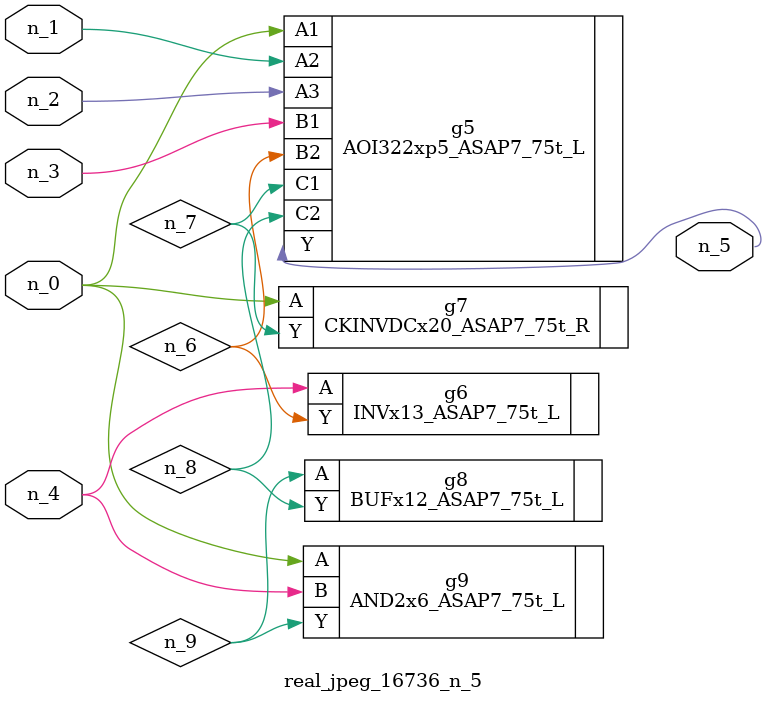
<source format=v>
module real_jpeg_16736_n_5 (n_4, n_0, n_1, n_2, n_3, n_5);

input n_4;
input n_0;
input n_1;
input n_2;
input n_3;

output n_5;

wire n_8;
wire n_6;
wire n_7;
wire n_9;

AOI322xp5_ASAP7_75t_L g5 ( 
.A1(n_0),
.A2(n_1),
.A3(n_2),
.B1(n_3),
.B2(n_6),
.C1(n_7),
.C2(n_8),
.Y(n_5)
);

CKINVDCx20_ASAP7_75t_R g7 ( 
.A(n_0),
.Y(n_7)
);

AND2x6_ASAP7_75t_L g9 ( 
.A(n_0),
.B(n_4),
.Y(n_9)
);

INVx13_ASAP7_75t_L g6 ( 
.A(n_4),
.Y(n_6)
);

BUFx12_ASAP7_75t_L g8 ( 
.A(n_9),
.Y(n_8)
);


endmodule
</source>
